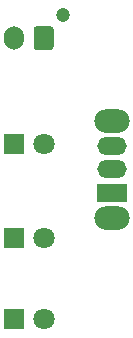
<source format=gbr>
%TF.GenerationSoftware,KiCad,Pcbnew,(5.1.9)-1*%
%TF.CreationDate,2022-03-01T01:02:47+08:00*%
%TF.ProjectId,LED,4c45442e-6b69-4636-9164-5f7063625858,rev?*%
%TF.SameCoordinates,Original*%
%TF.FileFunction,Soldermask,Bot*%
%TF.FilePolarity,Negative*%
%FSLAX46Y46*%
G04 Gerber Fmt 4.6, Leading zero omitted, Abs format (unit mm)*
G04 Created by KiCad (PCBNEW (5.1.9)-1) date 2022-03-01 01:02:47*
%MOMM*%
%LPD*%
G01*
G04 APERTURE LIST*
%ADD10O,3.000000X2.000000*%
%ADD11O,2.500000X1.500000*%
%ADD12R,2.500000X1.500000*%
%ADD13C,1.200000*%
%ADD14O,1.700000X2.000000*%
%ADD15C,1.800000*%
%ADD16R,1.800000X1.800000*%
G04 APERTURE END LIST*
D10*
%TO.C,SW1*%
X186800000Y-91400000D03*
X186800000Y-99600000D03*
D11*
X186800000Y-93500000D03*
X186800000Y-95500000D03*
D12*
X186800000Y-97500000D03*
%TD*%
D13*
%TO.C,J1*%
X182600000Y-82400000D03*
D14*
X178500000Y-84400000D03*
G36*
G01*
X181850000Y-83650000D02*
X181850000Y-85150000D01*
G75*
G02*
X181600000Y-85400000I-250000J0D01*
G01*
X180400000Y-85400000D01*
G75*
G02*
X180150000Y-85150000I0J250000D01*
G01*
X180150000Y-83650000D01*
G75*
G02*
X180400000Y-83400000I250000J0D01*
G01*
X181600000Y-83400000D01*
G75*
G02*
X181850000Y-83650000I0J-250000D01*
G01*
G37*
%TD*%
D15*
%TO.C,D3*%
X181015000Y-101300000D03*
D16*
X178475000Y-101300000D03*
%TD*%
D15*
%TO.C,D2*%
X181015000Y-108200000D03*
D16*
X178475000Y-108200000D03*
%TD*%
D15*
%TO.C,D1*%
X181015000Y-93400000D03*
D16*
X178475000Y-93400000D03*
%TD*%
M02*

</source>
